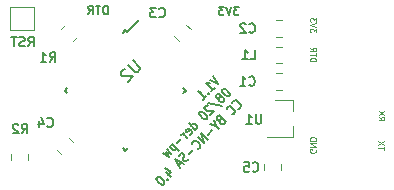
<source format=gbr>
G04 #@! TF.GenerationSoftware,KiCad,Pcbnew,(5.1.6)-1*
G04 #@! TF.CreationDate,2020-11-13T23:12:39+01:00*
G04 #@! TF.ProjectId,AskSin-Analyzer-XS-RPi,41736b53-696e-42d4-916e-616c797a6572,rev?*
G04 #@! TF.SameCoordinates,Original*
G04 #@! TF.FileFunction,Legend,Bot*
G04 #@! TF.FilePolarity,Positive*
%FSLAX46Y46*%
G04 Gerber Fmt 4.6, Leading zero omitted, Abs format (unit mm)*
G04 Created by KiCad (PCBNEW (5.1.6)-1) date 2020-11-13 23:12:39*
%MOMM*%
%LPD*%
G01*
G04 APERTURE LIST*
%ADD10C,0.100000*%
%ADD11C,0.150000*%
%ADD12C,0.120000*%
G04 APERTURE END LIST*
D10*
X161593809Y-86229047D02*
X161593809Y-85919523D01*
X161403333Y-86086190D01*
X161403333Y-86014761D01*
X161379523Y-85967142D01*
X161355714Y-85943333D01*
X161308095Y-85919523D01*
X161189047Y-85919523D01*
X161141428Y-85943333D01*
X161117619Y-85967142D01*
X161093809Y-86014761D01*
X161093809Y-86157619D01*
X161117619Y-86205238D01*
X161141428Y-86229047D01*
X161593809Y-85776666D02*
X161093809Y-85610000D01*
X161593809Y-85443333D01*
X161593809Y-85324285D02*
X161593809Y-85014761D01*
X161403333Y-85181428D01*
X161403333Y-85110000D01*
X161379523Y-85062380D01*
X161355714Y-85038571D01*
X161308095Y-85014761D01*
X161189047Y-85014761D01*
X161141428Y-85038571D01*
X161117619Y-85062380D01*
X161093809Y-85110000D01*
X161093809Y-85252857D01*
X161117619Y-85300476D01*
X161141428Y-85324285D01*
X166893809Y-93353333D02*
X167131904Y-93520000D01*
X166893809Y-93639047D02*
X167393809Y-93639047D01*
X167393809Y-93448571D01*
X167370000Y-93400952D01*
X167346190Y-93377142D01*
X167298571Y-93353333D01*
X167227142Y-93353333D01*
X167179523Y-93377142D01*
X167155714Y-93400952D01*
X167131904Y-93448571D01*
X167131904Y-93639047D01*
X167393809Y-93186666D02*
X166893809Y-92853333D01*
X167393809Y-92853333D02*
X166893809Y-93186666D01*
X167373809Y-96190952D02*
X167373809Y-95905238D01*
X166873809Y-96048095D02*
X167373809Y-96048095D01*
X167373809Y-95786190D02*
X166873809Y-95452857D01*
X167373809Y-95452857D02*
X166873809Y-95786190D01*
X161560000Y-96150952D02*
X161583809Y-96198571D01*
X161583809Y-96270000D01*
X161560000Y-96341428D01*
X161512380Y-96389047D01*
X161464761Y-96412857D01*
X161369523Y-96436666D01*
X161298095Y-96436666D01*
X161202857Y-96412857D01*
X161155238Y-96389047D01*
X161107619Y-96341428D01*
X161083809Y-96270000D01*
X161083809Y-96222380D01*
X161107619Y-96150952D01*
X161131428Y-96127142D01*
X161298095Y-96127142D01*
X161298095Y-96222380D01*
X161083809Y-95912857D02*
X161583809Y-95912857D01*
X161083809Y-95627142D01*
X161583809Y-95627142D01*
X161083809Y-95389047D02*
X161583809Y-95389047D01*
X161583809Y-95270000D01*
X161560000Y-95198571D01*
X161512380Y-95150952D01*
X161464761Y-95127142D01*
X161369523Y-95103333D01*
X161298095Y-95103333D01*
X161202857Y-95127142D01*
X161155238Y-95150952D01*
X161107619Y-95198571D01*
X161083809Y-95270000D01*
X161083809Y-95389047D01*
X161093809Y-88691428D02*
X161593809Y-88691428D01*
X161593809Y-88572380D01*
X161570000Y-88500952D01*
X161522380Y-88453333D01*
X161474761Y-88429523D01*
X161379523Y-88405714D01*
X161308095Y-88405714D01*
X161212857Y-88429523D01*
X161165238Y-88453333D01*
X161117619Y-88500952D01*
X161093809Y-88572380D01*
X161093809Y-88691428D01*
X161593809Y-88262857D02*
X161593809Y-87977142D01*
X161093809Y-88120000D02*
X161593809Y-88120000D01*
X161093809Y-87524761D02*
X161331904Y-87691428D01*
X161093809Y-87810476D02*
X161593809Y-87810476D01*
X161593809Y-87620000D01*
X161570000Y-87572380D01*
X161546190Y-87548571D01*
X161498571Y-87524761D01*
X161427142Y-87524761D01*
X161379523Y-87548571D01*
X161355714Y-87572380D01*
X161331904Y-87620000D01*
X161331904Y-87810476D01*
D11*
X152919542Y-89901709D02*
X153320236Y-90632386D01*
X152589559Y-90231692D01*
X152730980Y-91221641D02*
X153013823Y-90938799D01*
X152872402Y-91080220D02*
X152306716Y-90514535D01*
X152434669Y-90548206D01*
X152535684Y-90554941D01*
X152609762Y-90534738D01*
X152464973Y-91379899D02*
X152468341Y-91430406D01*
X152518848Y-91433773D01*
X152515481Y-91383266D01*
X152464973Y-91379899D01*
X152518848Y-91433773D01*
X152023873Y-91928748D02*
X152306716Y-91645905D01*
X152165295Y-91787327D02*
X151599609Y-91221641D01*
X151727562Y-91255313D01*
X151828577Y-91262048D01*
X151902655Y-91241844D01*
X153709144Y-91021294D02*
X153662004Y-91068435D01*
X153641801Y-91142513D01*
X153645168Y-91193020D01*
X153675473Y-91270465D01*
X153759652Y-91401785D01*
X153894339Y-91536472D01*
X154025659Y-91620652D01*
X154103104Y-91650956D01*
X154153612Y-91654323D01*
X154227689Y-91634120D01*
X154274830Y-91586980D01*
X154295033Y-91512902D01*
X154291666Y-91462394D01*
X154261361Y-91384949D01*
X154177182Y-91253629D01*
X154042495Y-91118942D01*
X153911175Y-91034763D01*
X153833730Y-91004458D01*
X153783222Y-91001091D01*
X153709144Y-91021294D01*
X153503747Y-91711565D02*
X153523950Y-91637487D01*
X153520583Y-91586980D01*
X153490278Y-91509535D01*
X153463341Y-91482597D01*
X153385896Y-91452293D01*
X153335388Y-91448926D01*
X153261310Y-91469129D01*
X153167029Y-91563410D01*
X153146826Y-91637487D01*
X153150193Y-91687995D01*
X153180498Y-91765440D01*
X153207435Y-91792377D01*
X153284880Y-91822682D01*
X153335388Y-91826049D01*
X153409466Y-91805846D01*
X153503747Y-91711565D01*
X153577825Y-91691362D01*
X153628332Y-91694729D01*
X153705777Y-91725034D01*
X153813527Y-91832784D01*
X153843831Y-91910229D01*
X153847199Y-91960736D01*
X153826996Y-92034814D01*
X153732715Y-92129095D01*
X153658637Y-92149298D01*
X153608129Y-92145931D01*
X153530684Y-92115626D01*
X153422935Y-92007877D01*
X153392630Y-91930432D01*
X153389263Y-91879924D01*
X153409466Y-91805846D01*
X152480126Y-92196438D02*
X153631699Y-92499484D01*
X152419516Y-92418672D02*
X152369009Y-92415305D01*
X152294931Y-92435508D01*
X152177080Y-92553359D01*
X152156877Y-92627437D01*
X152160244Y-92677945D01*
X152190548Y-92755390D01*
X152244423Y-92809264D01*
X152348806Y-92866506D01*
X152954897Y-92906912D01*
X152648484Y-93213325D01*
X151776386Y-92954053D02*
X151729245Y-93001193D01*
X151709042Y-93075271D01*
X151712410Y-93125779D01*
X151742714Y-93203224D01*
X151826894Y-93334544D01*
X151961581Y-93469231D01*
X152092900Y-93553410D01*
X152170345Y-93583715D01*
X152220853Y-93587082D01*
X152294931Y-93566879D01*
X152342071Y-93519738D01*
X152362274Y-93445660D01*
X152358907Y-93395153D01*
X152328603Y-93317708D01*
X152244423Y-93186388D01*
X152109736Y-93051701D01*
X151978416Y-92967522D01*
X151900971Y-92937217D01*
X151850464Y-92933850D01*
X151776386Y-92954053D01*
X151375692Y-94486118D02*
X150810007Y-93920432D01*
X151348755Y-94459180D02*
X151422833Y-94438977D01*
X151517113Y-94344696D01*
X151537316Y-94270618D01*
X151533949Y-94220111D01*
X151503645Y-94142666D01*
X151342020Y-93981041D01*
X151264575Y-93950737D01*
X151214068Y-93947370D01*
X151139990Y-93967573D01*
X151045709Y-94061853D01*
X151025506Y-94135931D01*
X150924491Y-94883444D02*
X150998568Y-94863241D01*
X151092849Y-94768960D01*
X151113052Y-94694882D01*
X151082748Y-94617437D01*
X150867249Y-94401938D01*
X150789804Y-94371634D01*
X150715726Y-94391837D01*
X150621445Y-94486118D01*
X150601242Y-94560195D01*
X150631546Y-94637640D01*
X150685421Y-94691515D01*
X150974998Y-94509688D01*
X150715726Y-95146084D02*
X150338602Y-94768960D01*
X150446352Y-94876710D02*
X150368907Y-94846405D01*
X150318399Y-94843038D01*
X150244321Y-94863241D01*
X150197181Y-94910382D01*
X150193814Y-95236998D02*
X149816690Y-95614121D01*
X149419363Y-95688199D02*
X149985049Y-96253885D01*
X149446301Y-95715136D02*
X149372223Y-95735340D01*
X149277942Y-95829620D01*
X149257739Y-95903698D01*
X149261106Y-95954206D01*
X149291411Y-96031651D01*
X149453035Y-96193275D01*
X149530480Y-96223580D01*
X149580988Y-96226947D01*
X149655066Y-96206744D01*
X149749346Y-96112463D01*
X149769550Y-96038385D01*
X149018669Y-96088893D02*
X149301512Y-96560297D01*
X148937857Y-96385204D01*
X149112950Y-96748859D01*
X148641546Y-96466017D01*
X154986987Y-92676261D02*
X155037495Y-92679628D01*
X155135143Y-92635855D01*
X155182283Y-92588714D01*
X155226057Y-92491066D01*
X155219322Y-92390051D01*
X155189018Y-92312606D01*
X155104838Y-92181286D01*
X155024026Y-92100474D01*
X154892706Y-92016294D01*
X154815261Y-91985990D01*
X154714246Y-91979256D01*
X154616598Y-92023029D01*
X154569458Y-92070169D01*
X154525684Y-92167817D01*
X154529051Y-92218325D01*
X154492013Y-93171236D02*
X154542520Y-93174603D01*
X154640168Y-93130829D01*
X154687309Y-93083689D01*
X154731082Y-92986041D01*
X154724348Y-92885026D01*
X154694043Y-92807581D01*
X154609864Y-92676261D01*
X154529051Y-92595449D01*
X154397732Y-92511269D01*
X154320287Y-92480965D01*
X154219271Y-92474230D01*
X154121623Y-92518004D01*
X154074483Y-92565144D01*
X154030710Y-92662792D01*
X154034077Y-92713300D01*
X153495329Y-93683046D02*
X153451555Y-93780694D01*
X153454923Y-93831202D01*
X153485227Y-93908647D01*
X153566039Y-93989459D01*
X153643484Y-94019764D01*
X153693992Y-94023131D01*
X153768070Y-94002928D01*
X153956632Y-93814366D01*
X153390946Y-93248681D01*
X153225955Y-93413672D01*
X153205752Y-93487750D01*
X153209119Y-93538258D01*
X153239423Y-93615703D01*
X153293298Y-93669577D01*
X153370743Y-93699882D01*
X153421251Y-93703249D01*
X153495329Y-93683046D01*
X153660320Y-93518055D01*
X153098002Y-94134248D02*
X153367376Y-94403622D01*
X152966682Y-93672945D02*
X153098002Y-94134248D01*
X152636699Y-94002928D01*
X152821894Y-94518106D02*
X152444770Y-94895229D01*
X152424567Y-95346431D02*
X151858882Y-94780745D01*
X152141724Y-95629273D01*
X151576039Y-95063588D01*
X151569304Y-96093944D02*
X151619812Y-96097311D01*
X151717460Y-96053537D01*
X151764601Y-96006397D01*
X151808374Y-95908749D01*
X151801640Y-95807734D01*
X151771335Y-95730289D01*
X151687156Y-95598969D01*
X151606343Y-95518157D01*
X151475024Y-95433977D01*
X151397579Y-95403673D01*
X151296563Y-95396938D01*
X151198915Y-95440712D01*
X151151775Y-95487852D01*
X151108001Y-95585500D01*
X151111369Y-95636008D01*
X151195548Y-96144451D02*
X150818424Y-96521575D01*
X150794854Y-96922269D02*
X150751081Y-97019917D01*
X150633230Y-97137768D01*
X150559152Y-97157971D01*
X150508644Y-97154604D01*
X150431199Y-97124299D01*
X150377324Y-97070424D01*
X150347020Y-96992979D01*
X150343653Y-96942472D01*
X150363856Y-96868394D01*
X150431199Y-96747176D01*
X150451402Y-96673098D01*
X150448035Y-96622590D01*
X150417731Y-96545145D01*
X150363856Y-96491270D01*
X150286411Y-96460966D01*
X150235903Y-96457598D01*
X150161825Y-96477802D01*
X150043974Y-96595653D01*
X150000201Y-96693301D01*
X150188763Y-97258986D02*
X149953060Y-97494688D01*
X150397528Y-97373470D02*
X149666851Y-96972776D01*
X150067544Y-97703453D01*
X148936174Y-98080577D02*
X149313297Y-98457700D01*
X148838525Y-97747227D02*
X149360438Y-98033436D01*
X149054025Y-98339849D01*
X149000150Y-98663098D02*
X149003517Y-98713606D01*
X149054025Y-98716973D01*
X149050657Y-98666465D01*
X149000150Y-98663098D01*
X149054025Y-98716973D01*
X148158356Y-98481271D02*
X148111216Y-98528411D01*
X148091013Y-98602489D01*
X148094380Y-98652997D01*
X148124684Y-98730442D01*
X148208864Y-98861762D01*
X148343551Y-98996449D01*
X148474871Y-99080628D01*
X148552316Y-99110932D01*
X148602823Y-99114300D01*
X148676901Y-99094097D01*
X148724041Y-99046956D01*
X148744245Y-98972878D01*
X148740877Y-98922371D01*
X148710573Y-98844926D01*
X148626393Y-98713606D01*
X148491706Y-98578919D01*
X148360387Y-98494739D01*
X148282942Y-98464435D01*
X148232434Y-98461068D01*
X148158356Y-98481271D01*
X137238095Y-87411904D02*
X137504761Y-87030952D01*
X137695238Y-87411904D02*
X137695238Y-86611904D01*
X137390476Y-86611904D01*
X137314285Y-86650000D01*
X137276190Y-86688095D01*
X137238095Y-86764285D01*
X137238095Y-86878571D01*
X137276190Y-86954761D01*
X137314285Y-86992857D01*
X137390476Y-87030952D01*
X137695238Y-87030952D01*
X136933333Y-87373809D02*
X136819047Y-87411904D01*
X136628571Y-87411904D01*
X136552380Y-87373809D01*
X136514285Y-87335714D01*
X136476190Y-87259523D01*
X136476190Y-87183333D01*
X136514285Y-87107142D01*
X136552380Y-87069047D01*
X136628571Y-87030952D01*
X136780952Y-86992857D01*
X136857142Y-86954761D01*
X136895238Y-86916666D01*
X136933333Y-86840476D01*
X136933333Y-86764285D01*
X136895238Y-86688095D01*
X136857142Y-86650000D01*
X136780952Y-86611904D01*
X136590476Y-86611904D01*
X136476190Y-86650000D01*
X136247619Y-86611904D02*
X135790476Y-86611904D01*
X136019047Y-87411904D02*
X136019047Y-86611904D01*
D12*
X135700000Y-86050000D02*
X137700000Y-86050000D01*
X137700000Y-86050000D02*
X137700000Y-84050000D01*
X137700000Y-84050000D02*
X135700000Y-84050000D01*
X135700000Y-84050000D02*
X135700000Y-86050000D01*
X159610000Y-91920000D02*
X158150000Y-91920000D01*
X159610000Y-95080000D02*
X157450000Y-95080000D01*
X159610000Y-95080000D02*
X159610000Y-94150000D01*
X159610000Y-91920000D02*
X159610000Y-92850000D01*
X158711252Y-88860000D02*
X158188748Y-88860000D01*
X158711252Y-87440000D02*
X158188748Y-87440000D01*
X137235000Y-97011252D02*
X137235000Y-96488748D01*
X135815000Y-97011252D02*
X135815000Y-96488748D01*
X140382687Y-85613221D02*
X140013221Y-85982687D01*
X141386779Y-86617313D02*
X141017313Y-86986779D01*
X158610000Y-97911252D02*
X158610000Y-97388748D01*
X157190000Y-97911252D02*
X157190000Y-97388748D01*
X141036779Y-95532687D02*
X140667313Y-95163221D01*
X140032687Y-96536779D02*
X139663221Y-96167313D01*
X150986779Y-85932687D02*
X150617313Y-85563221D01*
X149982687Y-86936779D02*
X149613221Y-86567313D01*
D11*
X145450000Y-86023476D02*
X145609099Y-86182575D01*
X140323476Y-91150000D02*
X140553286Y-91379810D01*
X145450000Y-96276524D02*
X145220190Y-96046714D01*
X150576524Y-91150000D02*
X150346714Y-90920190D01*
X145450000Y-86023476D02*
X145220190Y-86253286D01*
X150576524Y-91150000D02*
X150346714Y-91379810D01*
X145450000Y-96276524D02*
X145679810Y-96046714D01*
X140323476Y-91150000D02*
X140553286Y-90920190D01*
X145609099Y-86182575D02*
X146616726Y-85174948D01*
D12*
X158188748Y-86610000D02*
X158711252Y-86610000D01*
X158188748Y-85190000D02*
X158711252Y-85190000D01*
X158711252Y-89690000D02*
X158188748Y-89690000D01*
X158711252Y-91110000D02*
X158188748Y-91110000D01*
D11*
X155066666Y-84056666D02*
X154633333Y-84056666D01*
X154866666Y-84323333D01*
X154766666Y-84323333D01*
X154700000Y-84356666D01*
X154666666Y-84390000D01*
X154633333Y-84456666D01*
X154633333Y-84623333D01*
X154666666Y-84690000D01*
X154700000Y-84723333D01*
X154766666Y-84756666D01*
X154966666Y-84756666D01*
X155033333Y-84723333D01*
X155066666Y-84690000D01*
X154433333Y-84056666D02*
X154200000Y-84756666D01*
X153966666Y-84056666D01*
X153800000Y-84056666D02*
X153366666Y-84056666D01*
X153600000Y-84323333D01*
X153500000Y-84323333D01*
X153433333Y-84356666D01*
X153400000Y-84390000D01*
X153366666Y-84456666D01*
X153366666Y-84623333D01*
X153400000Y-84690000D01*
X153433333Y-84723333D01*
X153500000Y-84756666D01*
X153700000Y-84756666D01*
X153766666Y-84723333D01*
X153800000Y-84690000D01*
X143950000Y-84666666D02*
X143950000Y-83966666D01*
X143783333Y-83966666D01*
X143683333Y-84000000D01*
X143616666Y-84066666D01*
X143583333Y-84133333D01*
X143550000Y-84266666D01*
X143550000Y-84366666D01*
X143583333Y-84500000D01*
X143616666Y-84566666D01*
X143683333Y-84633333D01*
X143783333Y-84666666D01*
X143950000Y-84666666D01*
X143350000Y-83966666D02*
X142950000Y-83966666D01*
X143150000Y-84666666D02*
X143150000Y-83966666D01*
X142316666Y-84666666D02*
X142550000Y-84333333D01*
X142716666Y-84666666D02*
X142716666Y-83966666D01*
X142450000Y-83966666D01*
X142383333Y-84000000D01*
X142350000Y-84033333D01*
X142316666Y-84100000D01*
X142316666Y-84200000D01*
X142350000Y-84266666D01*
X142383333Y-84300000D01*
X142450000Y-84333333D01*
X142716666Y-84333333D01*
X156959523Y-93161904D02*
X156959523Y-93809523D01*
X156921428Y-93885714D01*
X156883333Y-93923809D01*
X156807142Y-93961904D01*
X156654761Y-93961904D01*
X156578571Y-93923809D01*
X156540476Y-93885714D01*
X156502380Y-93809523D01*
X156502380Y-93161904D01*
X155702380Y-93961904D02*
X156159523Y-93961904D01*
X155930952Y-93961904D02*
X155930952Y-93161904D01*
X156007142Y-93276190D01*
X156083333Y-93352380D01*
X156159523Y-93390476D01*
X156033333Y-88511904D02*
X156414285Y-88511904D01*
X156414285Y-87711904D01*
X155347619Y-88511904D02*
X155804761Y-88511904D01*
X155576190Y-88511904D02*
X155576190Y-87711904D01*
X155652380Y-87826190D01*
X155728571Y-87902380D01*
X155804761Y-87940476D01*
X136708333Y-94786904D02*
X136975000Y-94405952D01*
X137165476Y-94786904D02*
X137165476Y-93986904D01*
X136860714Y-93986904D01*
X136784523Y-94025000D01*
X136746428Y-94063095D01*
X136708333Y-94139285D01*
X136708333Y-94253571D01*
X136746428Y-94329761D01*
X136784523Y-94367857D01*
X136860714Y-94405952D01*
X137165476Y-94405952D01*
X136403571Y-94063095D02*
X136365476Y-94025000D01*
X136289285Y-93986904D01*
X136098809Y-93986904D01*
X136022619Y-94025000D01*
X135984523Y-94063095D01*
X135946428Y-94139285D01*
X135946428Y-94215476D01*
X135984523Y-94329761D01*
X136441666Y-94786904D01*
X135946428Y-94786904D01*
X139058333Y-88711903D02*
X139325000Y-88330951D01*
X139515476Y-88711903D02*
X139515476Y-87911903D01*
X139210714Y-87911903D01*
X139134523Y-87949999D01*
X139096428Y-87988094D01*
X139058333Y-88064284D01*
X139058333Y-88178570D01*
X139096428Y-88254760D01*
X139134523Y-88292856D01*
X139210714Y-88330951D01*
X139515476Y-88330951D01*
X138296428Y-88711903D02*
X138753571Y-88711903D01*
X138525000Y-88711903D02*
X138525000Y-87911903D01*
X138601190Y-88026189D01*
X138677380Y-88102379D01*
X138753571Y-88140475D01*
X156233333Y-97935714D02*
X156271428Y-97973809D01*
X156385714Y-98011904D01*
X156461904Y-98011904D01*
X156576190Y-97973809D01*
X156652380Y-97897619D01*
X156690476Y-97821428D01*
X156728571Y-97669047D01*
X156728571Y-97554761D01*
X156690476Y-97402380D01*
X156652380Y-97326190D01*
X156576190Y-97250000D01*
X156461904Y-97211904D01*
X156385714Y-97211904D01*
X156271428Y-97250000D01*
X156233333Y-97288095D01*
X155509523Y-97211904D02*
X155890476Y-97211904D01*
X155928571Y-97592857D01*
X155890476Y-97554761D01*
X155814285Y-97516666D01*
X155623809Y-97516666D01*
X155547619Y-97554761D01*
X155509523Y-97592857D01*
X155471428Y-97669047D01*
X155471428Y-97859523D01*
X155509523Y-97935714D01*
X155547619Y-97973809D01*
X155623809Y-98011904D01*
X155814285Y-98011904D01*
X155890476Y-97973809D01*
X155928571Y-97935714D01*
X138833333Y-94160714D02*
X138871428Y-94198809D01*
X138985714Y-94236904D01*
X139061904Y-94236904D01*
X139176190Y-94198809D01*
X139252380Y-94122619D01*
X139290476Y-94046428D01*
X139328571Y-93894047D01*
X139328571Y-93779761D01*
X139290476Y-93627380D01*
X139252380Y-93551190D01*
X139176190Y-93475000D01*
X139061904Y-93436904D01*
X138985714Y-93436904D01*
X138871428Y-93475000D01*
X138833333Y-93513095D01*
X138147619Y-93703571D02*
X138147619Y-94236904D01*
X138338095Y-93398809D02*
X138528571Y-93970238D01*
X138033333Y-93970238D01*
X148333333Y-84885714D02*
X148371428Y-84923809D01*
X148485714Y-84961904D01*
X148561904Y-84961904D01*
X148676190Y-84923809D01*
X148752380Y-84847619D01*
X148790476Y-84771428D01*
X148828571Y-84619047D01*
X148828571Y-84504761D01*
X148790476Y-84352380D01*
X148752380Y-84276190D01*
X148676190Y-84200000D01*
X148561904Y-84161904D01*
X148485714Y-84161904D01*
X148371428Y-84200000D01*
X148333333Y-84238095D01*
X148066666Y-84161904D02*
X147571428Y-84161904D01*
X147838095Y-84466666D01*
X147723809Y-84466666D01*
X147647619Y-84504761D01*
X147609523Y-84542857D01*
X147571428Y-84619047D01*
X147571428Y-84809523D01*
X147609523Y-84885714D01*
X147647619Y-84923809D01*
X147723809Y-84961904D01*
X147952380Y-84961904D01*
X148028571Y-84923809D01*
X148066666Y-84885714D01*
X146076522Y-88574026D02*
X146648942Y-89146446D01*
X146682614Y-89247461D01*
X146682614Y-89314805D01*
X146648942Y-89415820D01*
X146514255Y-89550507D01*
X146413240Y-89584179D01*
X146345896Y-89584179D01*
X146244881Y-89550507D01*
X145672461Y-88978087D01*
X145436759Y-89348477D02*
X145369416Y-89348477D01*
X145268400Y-89382148D01*
X145100042Y-89550507D01*
X145066370Y-89651522D01*
X145066370Y-89718866D01*
X145100042Y-89819881D01*
X145167385Y-89887225D01*
X145302072Y-89954568D01*
X146110194Y-89954568D01*
X145672461Y-90392301D01*
X155958333Y-86185714D02*
X155996428Y-86223809D01*
X156110714Y-86261904D01*
X156186904Y-86261904D01*
X156301190Y-86223809D01*
X156377380Y-86147619D01*
X156415476Y-86071428D01*
X156453571Y-85919047D01*
X156453571Y-85804761D01*
X156415476Y-85652380D01*
X156377380Y-85576190D01*
X156301190Y-85500000D01*
X156186904Y-85461904D01*
X156110714Y-85461904D01*
X155996428Y-85500000D01*
X155958333Y-85538095D01*
X155653571Y-85538095D02*
X155615476Y-85500000D01*
X155539285Y-85461904D01*
X155348809Y-85461904D01*
X155272619Y-85500000D01*
X155234523Y-85538095D01*
X155196428Y-85614285D01*
X155196428Y-85690476D01*
X155234523Y-85804761D01*
X155691666Y-86261904D01*
X155196428Y-86261904D01*
X155933333Y-90685714D02*
X155971428Y-90723809D01*
X156085714Y-90761904D01*
X156161904Y-90761904D01*
X156276190Y-90723809D01*
X156352380Y-90647619D01*
X156390476Y-90571428D01*
X156428571Y-90419047D01*
X156428571Y-90304761D01*
X156390476Y-90152380D01*
X156352380Y-90076190D01*
X156276190Y-90000000D01*
X156161904Y-89961904D01*
X156085714Y-89961904D01*
X155971428Y-90000000D01*
X155933333Y-90038095D01*
X155171428Y-90761904D02*
X155628571Y-90761904D01*
X155400000Y-90761904D02*
X155400000Y-89961904D01*
X155476190Y-90076190D01*
X155552380Y-90152380D01*
X155628571Y-90190476D01*
M02*

</source>
